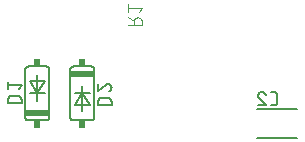
<source format=gbr>
G04 EAGLE Gerber RS-274X export*
G75*
%MOMM*%
%FSLAX34Y34*%
%LPD*%
%INSilkscreen Bottom*%
%IPPOS*%
%AMOC8*
5,1,8,0,0,1.08239X$1,22.5*%
G01*
%ADD10C,0.127000*%
%ADD11C,0.152400*%
%ADD12R,2.032000X0.508000*%
%ADD13R,0.508000X0.635000*%
%ADD14C,0.101600*%


D10*
X309100Y114783D02*
X275100Y114783D01*
X275100Y139217D02*
X309100Y139217D01*
X289343Y142367D02*
X286803Y142367D01*
X289343Y142367D02*
X289443Y142369D01*
X289542Y142375D01*
X289642Y142385D01*
X289740Y142398D01*
X289839Y142416D01*
X289936Y142437D01*
X290032Y142462D01*
X290128Y142491D01*
X290222Y142524D01*
X290315Y142560D01*
X290406Y142600D01*
X290496Y142644D01*
X290584Y142691D01*
X290670Y142741D01*
X290754Y142795D01*
X290836Y142852D01*
X290915Y142912D01*
X290993Y142976D01*
X291067Y143042D01*
X291139Y143111D01*
X291208Y143183D01*
X291274Y143257D01*
X291338Y143335D01*
X291398Y143414D01*
X291455Y143496D01*
X291509Y143580D01*
X291559Y143666D01*
X291606Y143754D01*
X291650Y143844D01*
X291690Y143935D01*
X291726Y144028D01*
X291759Y144122D01*
X291788Y144218D01*
X291813Y144314D01*
X291834Y144411D01*
X291852Y144510D01*
X291865Y144608D01*
X291875Y144708D01*
X291881Y144807D01*
X291883Y144907D01*
X291883Y151257D01*
X291881Y151357D01*
X291875Y151456D01*
X291865Y151556D01*
X291852Y151654D01*
X291834Y151753D01*
X291813Y151850D01*
X291788Y151946D01*
X291759Y152042D01*
X291726Y152136D01*
X291690Y152229D01*
X291650Y152320D01*
X291606Y152410D01*
X291559Y152498D01*
X291509Y152584D01*
X291455Y152668D01*
X291398Y152750D01*
X291338Y152829D01*
X291274Y152907D01*
X291208Y152981D01*
X291139Y153053D01*
X291067Y153122D01*
X290993Y153188D01*
X290915Y153252D01*
X290836Y153312D01*
X290754Y153369D01*
X290670Y153423D01*
X290584Y153473D01*
X290496Y153520D01*
X290406Y153564D01*
X290315Y153604D01*
X290222Y153640D01*
X290128Y153673D01*
X290032Y153702D01*
X289936Y153727D01*
X289839Y153748D01*
X289740Y153766D01*
X289642Y153779D01*
X289542Y153789D01*
X289443Y153795D01*
X289343Y153797D01*
X286803Y153797D01*
X278829Y153798D02*
X278725Y153796D01*
X278620Y153790D01*
X278516Y153781D01*
X278413Y153768D01*
X278310Y153750D01*
X278208Y153730D01*
X278106Y153705D01*
X278006Y153677D01*
X277906Y153645D01*
X277808Y153609D01*
X277711Y153570D01*
X277616Y153528D01*
X277522Y153482D01*
X277430Y153432D01*
X277340Y153380D01*
X277252Y153324D01*
X277166Y153264D01*
X277082Y153202D01*
X277001Y153137D01*
X276922Y153069D01*
X276845Y152997D01*
X276772Y152924D01*
X276700Y152847D01*
X276632Y152768D01*
X276567Y152687D01*
X276505Y152603D01*
X276445Y152517D01*
X276389Y152429D01*
X276337Y152339D01*
X276287Y152247D01*
X276241Y152153D01*
X276199Y152058D01*
X276160Y151961D01*
X276124Y151863D01*
X276092Y151763D01*
X276064Y151663D01*
X276039Y151561D01*
X276019Y151459D01*
X276001Y151356D01*
X275988Y151253D01*
X275979Y151149D01*
X275973Y151044D01*
X275971Y150940D01*
X278829Y153797D02*
X278947Y153795D01*
X279066Y153789D01*
X279184Y153780D01*
X279301Y153767D01*
X279418Y153749D01*
X279535Y153729D01*
X279651Y153704D01*
X279766Y153676D01*
X279879Y153643D01*
X279992Y153608D01*
X280104Y153568D01*
X280214Y153526D01*
X280323Y153479D01*
X280431Y153429D01*
X280536Y153376D01*
X280640Y153319D01*
X280742Y153259D01*
X280842Y153196D01*
X280940Y153129D01*
X281036Y153060D01*
X281129Y152987D01*
X281220Y152911D01*
X281309Y152833D01*
X281395Y152751D01*
X281478Y152667D01*
X281559Y152581D01*
X281636Y152491D01*
X281711Y152400D01*
X281783Y152306D01*
X281852Y152209D01*
X281917Y152111D01*
X281980Y152010D01*
X282039Y151907D01*
X282095Y151803D01*
X282147Y151697D01*
X282196Y151589D01*
X282241Y151480D01*
X282283Y151369D01*
X282321Y151257D01*
X276923Y148718D02*
X276847Y148793D01*
X276772Y148872D01*
X276701Y148953D01*
X276632Y149037D01*
X276567Y149123D01*
X276505Y149211D01*
X276445Y149301D01*
X276389Y149393D01*
X276336Y149488D01*
X276287Y149584D01*
X276241Y149682D01*
X276198Y149781D01*
X276159Y149882D01*
X276124Y149984D01*
X276092Y150087D01*
X276064Y150191D01*
X276039Y150296D01*
X276018Y150403D01*
X276001Y150509D01*
X275988Y150616D01*
X275979Y150724D01*
X275973Y150832D01*
X275971Y150940D01*
X276924Y148717D02*
X282321Y142367D01*
X275971Y142367D01*
D11*
X88900Y146050D02*
X88900Y152400D01*
X95250Y162560D02*
X82550Y162560D01*
X88900Y152400D01*
X88900Y167640D01*
X95250Y162560D02*
X88900Y152400D01*
X95250Y152400D01*
X88900Y152400D02*
X82550Y152400D01*
X99060Y172720D02*
X99058Y172820D01*
X99052Y172919D01*
X99042Y173019D01*
X99029Y173117D01*
X99011Y173216D01*
X98990Y173313D01*
X98965Y173409D01*
X98936Y173505D01*
X98903Y173599D01*
X98867Y173692D01*
X98827Y173783D01*
X98783Y173873D01*
X98736Y173961D01*
X98686Y174047D01*
X98632Y174131D01*
X98575Y174213D01*
X98515Y174292D01*
X98451Y174370D01*
X98385Y174444D01*
X98316Y174516D01*
X98244Y174585D01*
X98170Y174651D01*
X98092Y174715D01*
X98013Y174775D01*
X97931Y174832D01*
X97847Y174886D01*
X97761Y174936D01*
X97673Y174983D01*
X97583Y175027D01*
X97492Y175067D01*
X97399Y175103D01*
X97305Y175136D01*
X97209Y175165D01*
X97113Y175190D01*
X97016Y175211D01*
X96917Y175229D01*
X96819Y175242D01*
X96719Y175252D01*
X96620Y175258D01*
X96520Y175260D01*
X81280Y175260D01*
X81180Y175258D01*
X81081Y175252D01*
X80981Y175242D01*
X80883Y175229D01*
X80784Y175211D01*
X80687Y175190D01*
X80591Y175165D01*
X80495Y175136D01*
X80401Y175103D01*
X80308Y175067D01*
X80217Y175027D01*
X80127Y174983D01*
X80039Y174936D01*
X79953Y174886D01*
X79869Y174832D01*
X79787Y174775D01*
X79708Y174715D01*
X79630Y174651D01*
X79556Y174585D01*
X79484Y174516D01*
X79415Y174444D01*
X79349Y174370D01*
X79285Y174292D01*
X79225Y174213D01*
X79168Y174131D01*
X79114Y174047D01*
X79064Y173961D01*
X79017Y173873D01*
X78973Y173783D01*
X78933Y173692D01*
X78897Y173599D01*
X78864Y173505D01*
X78835Y173409D01*
X78810Y173313D01*
X78789Y173216D01*
X78771Y173117D01*
X78758Y173019D01*
X78748Y172919D01*
X78742Y172820D01*
X78740Y172720D01*
X99060Y132080D02*
X99058Y131980D01*
X99052Y131881D01*
X99042Y131781D01*
X99029Y131683D01*
X99011Y131584D01*
X98990Y131487D01*
X98965Y131391D01*
X98936Y131295D01*
X98903Y131201D01*
X98867Y131108D01*
X98827Y131017D01*
X98783Y130927D01*
X98736Y130839D01*
X98686Y130753D01*
X98632Y130669D01*
X98575Y130587D01*
X98515Y130508D01*
X98451Y130430D01*
X98385Y130356D01*
X98316Y130284D01*
X98244Y130215D01*
X98170Y130149D01*
X98092Y130085D01*
X98013Y130025D01*
X97931Y129968D01*
X97847Y129914D01*
X97761Y129864D01*
X97673Y129817D01*
X97583Y129773D01*
X97492Y129733D01*
X97399Y129697D01*
X97305Y129664D01*
X97209Y129635D01*
X97113Y129610D01*
X97016Y129589D01*
X96917Y129571D01*
X96819Y129558D01*
X96719Y129548D01*
X96620Y129542D01*
X96520Y129540D01*
X81280Y129540D02*
X81180Y129542D01*
X81081Y129548D01*
X80981Y129558D01*
X80883Y129571D01*
X80784Y129589D01*
X80687Y129610D01*
X80591Y129635D01*
X80495Y129664D01*
X80401Y129697D01*
X80308Y129733D01*
X80217Y129773D01*
X80127Y129817D01*
X80039Y129864D01*
X79953Y129914D01*
X79869Y129968D01*
X79787Y130025D01*
X79708Y130085D01*
X79630Y130149D01*
X79556Y130215D01*
X79484Y130284D01*
X79415Y130356D01*
X79349Y130430D01*
X79285Y130508D01*
X79225Y130587D01*
X79168Y130669D01*
X79114Y130753D01*
X79064Y130839D01*
X79017Y130927D01*
X78973Y131017D01*
X78933Y131108D01*
X78897Y131201D01*
X78864Y131295D01*
X78835Y131391D01*
X78810Y131487D01*
X78789Y131584D01*
X78771Y131683D01*
X78758Y131781D01*
X78748Y131881D01*
X78742Y131980D01*
X78740Y132080D01*
X78740Y172720D01*
X81280Y129540D02*
X96520Y129540D01*
X99060Y132080D02*
X99060Y172720D01*
D12*
X88900Y135890D03*
D13*
X88900Y178435D03*
X88900Y126365D03*
D10*
X75565Y144145D02*
X64135Y144145D01*
X75565Y144145D02*
X75565Y147320D01*
X75563Y147431D01*
X75557Y147541D01*
X75548Y147652D01*
X75534Y147762D01*
X75517Y147871D01*
X75496Y147980D01*
X75471Y148088D01*
X75442Y148195D01*
X75410Y148301D01*
X75374Y148406D01*
X75334Y148509D01*
X75291Y148611D01*
X75244Y148712D01*
X75193Y148811D01*
X75140Y148908D01*
X75083Y149002D01*
X75022Y149095D01*
X74959Y149186D01*
X74892Y149275D01*
X74822Y149361D01*
X74749Y149444D01*
X74674Y149526D01*
X74596Y149604D01*
X74514Y149679D01*
X74431Y149752D01*
X74345Y149822D01*
X74256Y149889D01*
X74165Y149952D01*
X74072Y150013D01*
X73978Y150070D01*
X73881Y150123D01*
X73782Y150174D01*
X73681Y150221D01*
X73579Y150264D01*
X73476Y150304D01*
X73371Y150340D01*
X73265Y150372D01*
X73158Y150401D01*
X73050Y150426D01*
X72941Y150447D01*
X72832Y150464D01*
X72722Y150478D01*
X72611Y150487D01*
X72501Y150493D01*
X72390Y150495D01*
X67310Y150495D01*
X67199Y150493D01*
X67089Y150487D01*
X66978Y150478D01*
X66868Y150464D01*
X66759Y150447D01*
X66650Y150426D01*
X66542Y150401D01*
X66435Y150372D01*
X66329Y150340D01*
X66224Y150304D01*
X66121Y150264D01*
X66019Y150221D01*
X65918Y150174D01*
X65819Y150123D01*
X65723Y150070D01*
X65628Y150013D01*
X65535Y149952D01*
X65444Y149889D01*
X65355Y149822D01*
X65269Y149752D01*
X65186Y149679D01*
X65104Y149604D01*
X65026Y149526D01*
X64951Y149444D01*
X64878Y149361D01*
X64808Y149275D01*
X64741Y149186D01*
X64678Y149095D01*
X64617Y149002D01*
X64560Y148908D01*
X64507Y148811D01*
X64456Y148712D01*
X64409Y148611D01*
X64366Y148509D01*
X64326Y148406D01*
X64290Y148301D01*
X64258Y148195D01*
X64229Y148088D01*
X64204Y147980D01*
X64183Y147871D01*
X64166Y147762D01*
X64152Y147652D01*
X64143Y147541D01*
X64137Y147431D01*
X64135Y147320D01*
X64135Y144145D01*
X73025Y155956D02*
X75565Y159131D01*
X64135Y159131D01*
X64135Y155956D02*
X64135Y162306D01*
D11*
X127000Y158750D02*
X127000Y152400D01*
X120650Y142240D02*
X133350Y142240D01*
X127000Y152400D01*
X127000Y137160D01*
X120650Y142240D02*
X127000Y152400D01*
X120650Y152400D01*
X127000Y152400D02*
X133350Y152400D01*
X116840Y132080D02*
X116842Y131980D01*
X116848Y131881D01*
X116858Y131781D01*
X116871Y131683D01*
X116889Y131584D01*
X116910Y131487D01*
X116935Y131391D01*
X116964Y131295D01*
X116997Y131201D01*
X117033Y131108D01*
X117073Y131017D01*
X117117Y130927D01*
X117164Y130839D01*
X117214Y130753D01*
X117268Y130669D01*
X117325Y130587D01*
X117385Y130508D01*
X117449Y130430D01*
X117515Y130356D01*
X117584Y130284D01*
X117656Y130215D01*
X117730Y130149D01*
X117808Y130085D01*
X117887Y130025D01*
X117969Y129968D01*
X118053Y129914D01*
X118139Y129864D01*
X118227Y129817D01*
X118317Y129773D01*
X118408Y129733D01*
X118501Y129697D01*
X118595Y129664D01*
X118691Y129635D01*
X118787Y129610D01*
X118884Y129589D01*
X118983Y129571D01*
X119081Y129558D01*
X119181Y129548D01*
X119280Y129542D01*
X119380Y129540D01*
X134620Y129540D01*
X134720Y129542D01*
X134819Y129548D01*
X134919Y129558D01*
X135017Y129571D01*
X135116Y129589D01*
X135213Y129610D01*
X135309Y129635D01*
X135405Y129664D01*
X135499Y129697D01*
X135592Y129733D01*
X135683Y129773D01*
X135773Y129817D01*
X135861Y129864D01*
X135947Y129914D01*
X136031Y129968D01*
X136113Y130025D01*
X136192Y130085D01*
X136270Y130149D01*
X136344Y130215D01*
X136416Y130284D01*
X136485Y130356D01*
X136551Y130430D01*
X136615Y130508D01*
X136675Y130587D01*
X136732Y130669D01*
X136786Y130753D01*
X136836Y130839D01*
X136883Y130927D01*
X136927Y131017D01*
X136967Y131108D01*
X137003Y131201D01*
X137036Y131295D01*
X137065Y131391D01*
X137090Y131487D01*
X137111Y131584D01*
X137129Y131683D01*
X137142Y131781D01*
X137152Y131881D01*
X137158Y131980D01*
X137160Y132080D01*
X116840Y172720D02*
X116842Y172820D01*
X116848Y172919D01*
X116858Y173019D01*
X116871Y173117D01*
X116889Y173216D01*
X116910Y173313D01*
X116935Y173409D01*
X116964Y173505D01*
X116997Y173599D01*
X117033Y173692D01*
X117073Y173783D01*
X117117Y173873D01*
X117164Y173961D01*
X117214Y174047D01*
X117268Y174131D01*
X117325Y174213D01*
X117385Y174292D01*
X117449Y174370D01*
X117515Y174444D01*
X117584Y174516D01*
X117656Y174585D01*
X117730Y174651D01*
X117808Y174715D01*
X117887Y174775D01*
X117969Y174832D01*
X118053Y174886D01*
X118139Y174936D01*
X118227Y174983D01*
X118317Y175027D01*
X118408Y175067D01*
X118501Y175103D01*
X118595Y175136D01*
X118691Y175165D01*
X118787Y175190D01*
X118884Y175211D01*
X118983Y175229D01*
X119081Y175242D01*
X119181Y175252D01*
X119280Y175258D01*
X119380Y175260D01*
X134620Y175260D02*
X134720Y175258D01*
X134819Y175252D01*
X134919Y175242D01*
X135017Y175229D01*
X135116Y175211D01*
X135213Y175190D01*
X135309Y175165D01*
X135405Y175136D01*
X135499Y175103D01*
X135592Y175067D01*
X135683Y175027D01*
X135773Y174983D01*
X135861Y174936D01*
X135947Y174886D01*
X136031Y174832D01*
X136113Y174775D01*
X136192Y174715D01*
X136270Y174651D01*
X136344Y174585D01*
X136416Y174516D01*
X136485Y174444D01*
X136551Y174370D01*
X136615Y174292D01*
X136675Y174213D01*
X136732Y174131D01*
X136786Y174047D01*
X136836Y173961D01*
X136883Y173873D01*
X136927Y173783D01*
X136967Y173692D01*
X137003Y173599D01*
X137036Y173505D01*
X137065Y173409D01*
X137090Y173313D01*
X137111Y173216D01*
X137129Y173117D01*
X137142Y173019D01*
X137152Y172919D01*
X137158Y172820D01*
X137160Y172720D01*
X137160Y132080D01*
X134620Y175260D02*
X119380Y175260D01*
X116840Y172720D02*
X116840Y132080D01*
D12*
X127000Y168910D03*
D13*
X127000Y126365D03*
X127000Y178435D03*
D10*
X140335Y142494D02*
X151765Y142494D01*
X151765Y145669D01*
X151763Y145780D01*
X151757Y145890D01*
X151748Y146001D01*
X151734Y146111D01*
X151717Y146220D01*
X151696Y146329D01*
X151671Y146437D01*
X151642Y146544D01*
X151610Y146650D01*
X151574Y146755D01*
X151534Y146858D01*
X151491Y146960D01*
X151444Y147061D01*
X151393Y147160D01*
X151340Y147257D01*
X151283Y147351D01*
X151222Y147444D01*
X151159Y147535D01*
X151092Y147624D01*
X151022Y147710D01*
X150949Y147793D01*
X150874Y147875D01*
X150796Y147953D01*
X150714Y148028D01*
X150631Y148101D01*
X150545Y148171D01*
X150456Y148238D01*
X150365Y148301D01*
X150272Y148362D01*
X150178Y148419D01*
X150081Y148472D01*
X149982Y148523D01*
X149881Y148570D01*
X149779Y148613D01*
X149676Y148653D01*
X149571Y148689D01*
X149465Y148721D01*
X149358Y148750D01*
X149250Y148775D01*
X149141Y148796D01*
X149032Y148813D01*
X148922Y148827D01*
X148811Y148836D01*
X148701Y148842D01*
X148590Y148844D01*
X143510Y148844D01*
X143399Y148842D01*
X143289Y148836D01*
X143178Y148827D01*
X143068Y148813D01*
X142959Y148796D01*
X142850Y148775D01*
X142742Y148750D01*
X142635Y148721D01*
X142529Y148689D01*
X142424Y148653D01*
X142321Y148613D01*
X142219Y148570D01*
X142118Y148523D01*
X142019Y148472D01*
X141923Y148419D01*
X141828Y148362D01*
X141735Y148301D01*
X141644Y148238D01*
X141555Y148171D01*
X141469Y148101D01*
X141386Y148028D01*
X141304Y147953D01*
X141226Y147875D01*
X141151Y147793D01*
X141078Y147710D01*
X141008Y147624D01*
X140941Y147535D01*
X140878Y147444D01*
X140817Y147351D01*
X140760Y147257D01*
X140707Y147160D01*
X140656Y147061D01*
X140609Y146960D01*
X140566Y146858D01*
X140526Y146755D01*
X140490Y146650D01*
X140458Y146544D01*
X140429Y146437D01*
X140404Y146329D01*
X140383Y146220D01*
X140366Y146111D01*
X140352Y146001D01*
X140343Y145890D01*
X140337Y145780D01*
X140335Y145669D01*
X140335Y142494D01*
X151766Y157798D02*
X151764Y157902D01*
X151758Y158007D01*
X151749Y158111D01*
X151736Y158214D01*
X151718Y158317D01*
X151698Y158419D01*
X151673Y158521D01*
X151645Y158621D01*
X151613Y158721D01*
X151577Y158819D01*
X151538Y158916D01*
X151496Y159011D01*
X151450Y159105D01*
X151400Y159197D01*
X151348Y159287D01*
X151292Y159375D01*
X151232Y159461D01*
X151170Y159545D01*
X151105Y159626D01*
X151037Y159705D01*
X150965Y159782D01*
X150892Y159855D01*
X150815Y159927D01*
X150736Y159995D01*
X150655Y160060D01*
X150571Y160122D01*
X150485Y160182D01*
X150397Y160238D01*
X150307Y160290D01*
X150215Y160340D01*
X150121Y160386D01*
X150026Y160428D01*
X149929Y160467D01*
X149831Y160503D01*
X149731Y160535D01*
X149631Y160563D01*
X149529Y160588D01*
X149427Y160608D01*
X149324Y160626D01*
X149221Y160639D01*
X149117Y160648D01*
X149012Y160654D01*
X148908Y160656D01*
X151765Y157798D02*
X151763Y157680D01*
X151757Y157561D01*
X151748Y157443D01*
X151735Y157326D01*
X151717Y157209D01*
X151697Y157092D01*
X151672Y156976D01*
X151644Y156861D01*
X151611Y156748D01*
X151576Y156635D01*
X151536Y156523D01*
X151494Y156413D01*
X151447Y156304D01*
X151397Y156196D01*
X151344Y156091D01*
X151287Y155987D01*
X151227Y155885D01*
X151164Y155785D01*
X151097Y155687D01*
X151028Y155591D01*
X150955Y155498D01*
X150879Y155407D01*
X150801Y155318D01*
X150719Y155232D01*
X150635Y155149D01*
X150549Y155068D01*
X150459Y154991D01*
X150368Y154916D01*
X150274Y154844D01*
X150177Y154775D01*
X150079Y154710D01*
X149978Y154647D01*
X149875Y154588D01*
X149771Y154532D01*
X149665Y154480D01*
X149557Y154431D01*
X149448Y154386D01*
X149337Y154344D01*
X149225Y154306D01*
X146686Y159703D02*
X146761Y159779D01*
X146840Y159854D01*
X146921Y159925D01*
X147005Y159994D01*
X147091Y160059D01*
X147179Y160121D01*
X147269Y160181D01*
X147361Y160237D01*
X147456Y160290D01*
X147552Y160339D01*
X147650Y160385D01*
X147749Y160428D01*
X147850Y160467D01*
X147952Y160502D01*
X148055Y160534D01*
X148159Y160562D01*
X148264Y160587D01*
X148371Y160608D01*
X148477Y160625D01*
X148584Y160638D01*
X148692Y160647D01*
X148800Y160653D01*
X148908Y160655D01*
X146685Y159703D02*
X140335Y154305D01*
X140335Y160655D01*
D14*
X165608Y210245D02*
X177292Y210245D01*
X177292Y213490D01*
X177290Y213603D01*
X177284Y213716D01*
X177274Y213829D01*
X177260Y213942D01*
X177243Y214054D01*
X177221Y214165D01*
X177196Y214275D01*
X177166Y214385D01*
X177133Y214493D01*
X177096Y214600D01*
X177056Y214706D01*
X177011Y214810D01*
X176963Y214913D01*
X176912Y215014D01*
X176857Y215113D01*
X176799Y215210D01*
X176737Y215305D01*
X176672Y215398D01*
X176604Y215488D01*
X176533Y215576D01*
X176458Y215662D01*
X176381Y215745D01*
X176301Y215825D01*
X176218Y215902D01*
X176132Y215977D01*
X176044Y216048D01*
X175954Y216116D01*
X175861Y216181D01*
X175766Y216243D01*
X175669Y216301D01*
X175570Y216356D01*
X175469Y216407D01*
X175366Y216455D01*
X175262Y216500D01*
X175156Y216540D01*
X175049Y216577D01*
X174941Y216610D01*
X174831Y216640D01*
X174721Y216665D01*
X174610Y216687D01*
X174498Y216704D01*
X174385Y216718D01*
X174272Y216728D01*
X174159Y216734D01*
X174046Y216736D01*
X173933Y216734D01*
X173820Y216728D01*
X173707Y216718D01*
X173594Y216704D01*
X173482Y216687D01*
X173371Y216665D01*
X173261Y216640D01*
X173151Y216610D01*
X173043Y216577D01*
X172936Y216540D01*
X172830Y216500D01*
X172726Y216455D01*
X172623Y216407D01*
X172522Y216356D01*
X172423Y216301D01*
X172326Y216243D01*
X172231Y216181D01*
X172138Y216116D01*
X172048Y216048D01*
X171960Y215977D01*
X171874Y215902D01*
X171791Y215825D01*
X171711Y215745D01*
X171634Y215662D01*
X171559Y215576D01*
X171488Y215488D01*
X171420Y215398D01*
X171355Y215305D01*
X171293Y215210D01*
X171235Y215113D01*
X171180Y215014D01*
X171129Y214913D01*
X171081Y214810D01*
X171036Y214706D01*
X170996Y214600D01*
X170959Y214493D01*
X170926Y214385D01*
X170896Y214275D01*
X170871Y214165D01*
X170849Y214054D01*
X170832Y213942D01*
X170818Y213829D01*
X170808Y213716D01*
X170802Y213603D01*
X170800Y213490D01*
X170801Y213490D02*
X170801Y210245D01*
X170801Y214139D02*
X165608Y216736D01*
X174696Y221601D02*
X177292Y224846D01*
X165608Y224846D01*
X165608Y221601D02*
X165608Y228092D01*
M02*

</source>
